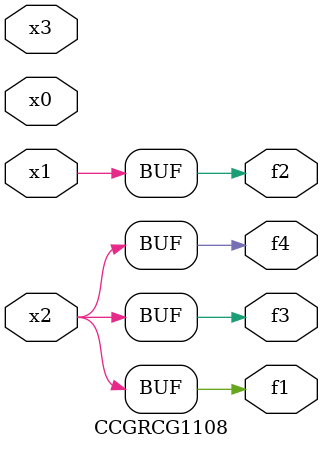
<source format=v>
module CCGRCG1108(
	input x0, x1, x2, x3,
	output f1, f2, f3, f4
);
	assign f1 = x2;
	assign f2 = x1;
	assign f3 = x2;
	assign f4 = x2;
endmodule

</source>
